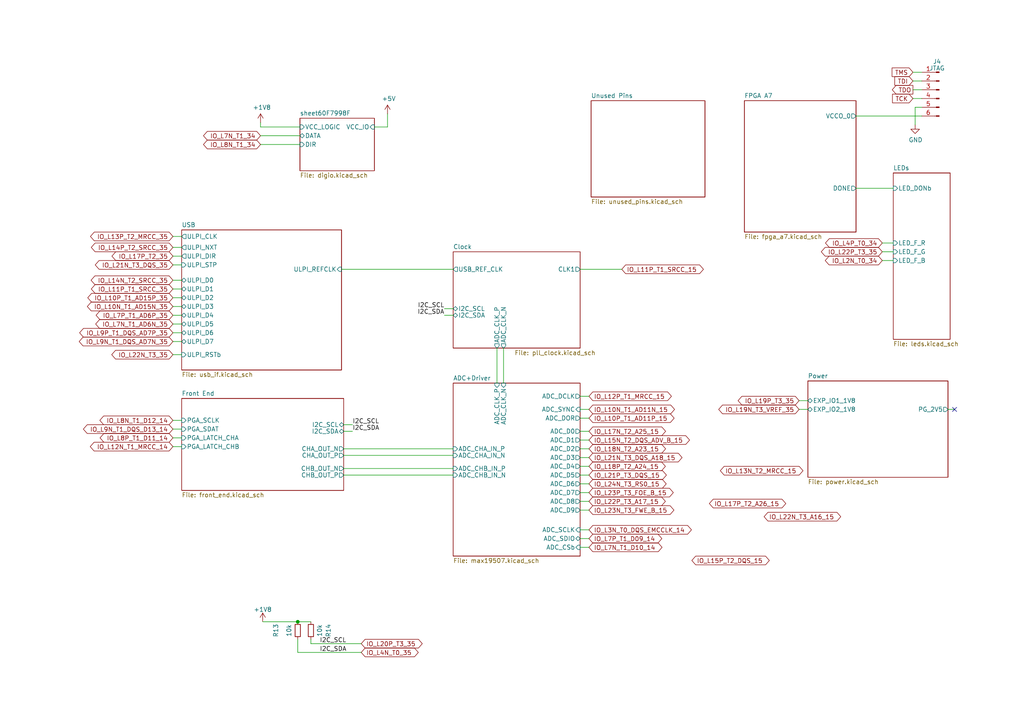
<source format=kicad_sch>
(kicad_sch (version 20230121) (generator eeschema)
  (paper "A4")
  (lib_symbols
    (symbol "Connector:Conn_01x06_Pin" (pin_names (offset 1.016) hide)
      (property "Reference" "J" (at 0 7.62 0))
      (property "Value" "Conn_01x06_Pin" (at 0 -10.16 0))
      (symbol "Conn_01x06_Pin_1_1"
        (polyline (pts (xy 1.27 -7.62) (xy 0.8636 -7.62)) (stroke (width 0.1524)))
        (polyline (pts (xy 1.27 -5.08) (xy 0.8636 -5.08)) (stroke (width 0.1524)))
        (polyline (pts (xy 1.27 -2.54) (xy 0.8636 -2.54)) (stroke (width 0.1524)))
        (polyline (pts (xy 1.27 0) (xy 0.8636 0)) (stroke (width 0.1524)))
        (polyline (pts (xy 1.27 2.54) (xy 0.8636 2.54)) (stroke (width 0.1524)))
        (polyline (pts (xy 1.27 5.08) (xy 0.8636 5.08)) (stroke (width 0.1524)))
        (rectangle (start 0.8636 -7.493) (end 0 -7.747) (stroke (width 0.1524)) (fill (type outline)))
        (rectangle (start 0.8636 -4.953) (end 0 -5.207) (stroke (width 0.1524)) (fill (type outline)))
        (rectangle (start 0.8636 -2.413) (end 0 -2.667) (stroke (width 0.1524)) (fill (type outline)))
        (rectangle (start 0.8636 0.127) (end 0 -0.127) (stroke (width 0.1524)) (fill (type outline)))
        (rectangle (start 0.8636 2.667) (end 0 2.413) (stroke (width 0.1524)) (fill (type outline)))
        (rectangle (start 0.8636 5.207) (end 0 4.953) (stroke (width 0.1524)) (fill (type outline)))
        (pin passive line (at 5.08 5.08 180) (length 3.81) (name "Pin_1") (number "1"))
        (pin passive line (at 5.08 2.54 180) (length 3.81) (name "Pin_2") (number "2"))
        (pin passive line (at 5.08 0 180) (length 3.81) (name "Pin_3") (number "3"))
        (pin passive line (at 5.08 -2.54 180) (length 3.81) (name "Pin_4") (number "4"))
        (pin passive line (at 5.08 -5.08 180) (length 3.81) (name "Pin_5") (number "5"))
        (pin passive line (at 5.08 -7.62 180) (length 3.81) (name "Pin_6") (number "6"))
      )
    )
    (symbol "Device:R_Small" (pin_numbers hide) (pin_names (offset 0.254) hide)
      (property "Reference" "R" (at 0.762 0.508 0))
      (property "Value" "R_Small" (at 0.762 -1.016 0))
      (symbol "R_Small_0_1"
        (rectangle (start -0.762 1.778) (end 0.762 -1.778) (stroke (width 0.2032)))
      )
      (symbol "R_Small_1_1"
        (pin passive line (at 0 2.54 270) (length 0.762) (name "~") (number "1"))
        (pin passive line (at 0 -2.54 90) (length 0.762) (name "~") (number "2"))
      )
    )
    (symbol "power:+1V8" (power) (pin_names (offset 0))
      (property "Value" "+1V8" (at 0 3.556 0))
      (symbol "+1V8_0_1"
        (polyline (pts (xy -0.762 1.27) (xy 0 2.54)))
        (polyline (pts (xy 0 0) (xy 0 2.54)))
        (polyline (pts (xy 0 2.54) (xy 0.762 1.27)))
      )
      (symbol "+1V8_1_1"
        (pin power_in line (at 0 0 90) (length 0) hide (name "+1V8") (number "1"))
      )
    )
    (symbol "power:+5V" (power) (pin_names (offset 0))
      (property "Value" "+5V" (at 0 3.556 0))
      (symbol "+5V_0_1"
        (polyline (pts (xy -0.762 1.27) (xy 0 2.54)))
        (polyline (pts (xy 0 0) (xy 0 2.54)))
        (polyline (pts (xy 0 2.54) (xy 0.762 1.27)))
      )
      (symbol "+5V_1_1"
        (pin power_in line (at 0 0 90) (length 0) hide (name "+5V") (number "1"))
      )
    )
    (symbol "power:GND" (power) (pin_names (offset 0))
      (property "Value" "GND" (at 0 -3.81 0))
      (symbol "GND_0_1"
        (polyline (pts (xy 0 0) (xy 0 -1.27) (xy 1.27 -1.27) (xy 0 -2.54) (xy -1.27 -1.27) (xy 0 -1.27)))
      )
      (symbol "GND_1_1"
        (pin power_in line (at 0 0 270) (length 0) hide (name "GND") (number "1"))
      )
    )
  )
  (junction (at 86.36 180.34))
  (no_connect (at 276.86 118.745))
  (wire (pts (xy 168.275 140.335) (xy 170.815 140.335)))
  (wire (pts (xy 168.275 142.875) (xy 170.815 142.875)))
  (wire (pts (xy 112.395 36.83) (xy 108.585 36.83)))
  (wire (pts (xy 131.445 91.44) (xy 128.905 91.44)))
  (wire (pts (xy 146.05 100.965) (xy 146.05 111.125)))
  (wire (pts (xy 86.36 185.42) (xy 86.36 189.23)))
  (wire (pts (xy 99.695 137.795) (xy 131.445 137.795)))
  (wire (pts (xy 90.17 186.69) (xy 104.775 186.69)))
  (wire (pts (xy 50.165 81.28) (xy 52.705 81.28)))
  (wire (pts (xy 168.275 153.67) (xy 170.815 153.67)))
  (wire (pts (xy 50.165 74.295) (xy 52.705 74.295)))
  (wire (pts (xy 168.275 121.285) (xy 170.815 121.285)))
  (wire (pts (xy 168.275 158.75) (xy 170.815 158.75)))
  (wire (pts (xy 267.335 23.495) (xy 264.795 23.495)))
  (wire (pts (xy 168.275 137.795) (xy 170.815 137.795)))
  (wire (pts (xy 168.275 118.745) (xy 170.815 118.745)))
  (wire (pts (xy 267.335 28.575) (xy 264.795 28.575)))
  (wire (pts (xy 86.995 36.83) (xy 75.565 36.83)))
  (wire (pts (xy 255.905 75.565) (xy 259.08 75.565)))
  (wire (pts (xy 248.285 33.655) (xy 267.335 33.655)))
  (wire (pts (xy 168.275 78.105) (xy 180.34 78.105)))
  (wire (pts (xy 265.43 31.115) (xy 265.43 36.195)))
  (wire (pts (xy 50.165 102.87) (xy 52.705 102.87)))
  (wire (pts (xy 50.165 88.9) (xy 52.705 88.9)))
  (wire (pts (xy 267.335 26.035) (xy 264.795 26.035)))
  (wire (pts (xy 86.36 189.23) (xy 104.775 189.23)))
  (wire (pts (xy 76.2 180.34) (xy 86.36 180.34)))
  (wire (pts (xy 86.995 41.91) (xy 75.565 41.91)))
  (wire (pts (xy 90.17 185.42) (xy 90.17 186.69)))
  (wire (pts (xy 168.275 156.21) (xy 170.815 156.21)))
  (wire (pts (xy 131.445 89.535) (xy 128.905 89.535)))
  (wire (pts (xy 231.775 118.745) (xy 234.315 118.745)))
  (wire (pts (xy 86.995 39.37) (xy 75.565 39.37)))
  (wire (pts (xy 267.335 31.115) (xy 265.43 31.115)))
  (wire (pts (xy 248.285 54.61) (xy 259.08 54.61)))
  (wire (pts (xy 168.275 135.255) (xy 170.815 135.255)))
  (wire (pts (xy 50.165 68.58) (xy 52.705 68.58)))
  (wire (pts (xy 99.06 78.105) (xy 131.445 78.105)))
  (wire (pts (xy 99.695 132.08) (xy 131.445 132.08)))
  (wire (pts (xy 50.165 86.36) (xy 52.705 86.36)))
  (wire (pts (xy 50.165 71.755) (xy 52.705 71.755)))
  (wire (pts (xy 255.905 73.025) (xy 259.08 73.025)))
  (wire (pts (xy 112.395 33.02) (xy 112.395 36.83)))
  (wire (pts (xy 99.695 123.19) (xy 102.235 123.19)))
  (wire (pts (xy 168.275 145.415) (xy 170.815 145.415)))
  (wire (pts (xy 168.275 114.935) (xy 170.815 114.935)))
  (wire (pts (xy 99.695 125.095) (xy 102.235 125.095)))
  (wire (pts (xy 50.165 83.82) (xy 52.705 83.82)))
  (wire (pts (xy 50.165 99.06) (xy 52.705 99.06)))
  (wire (pts (xy 274.955 118.745) (xy 276.86 118.745)))
  (wire (pts (xy 168.275 127.635) (xy 170.815 127.635)))
  (wire (pts (xy 267.335 20.955) (xy 264.795 20.955)))
  (wire (pts (xy 50.165 76.835) (xy 52.705 76.835)))
  (wire (pts (xy 86.36 180.34) (xy 90.17 180.34)))
  (wire (pts (xy 50.165 124.46) (xy 52.705 124.46)))
  (wire (pts (xy 50.165 96.52) (xy 52.705 96.52)))
  (wire (pts (xy 50.165 129.54) (xy 52.705 129.54)))
  (wire (pts (xy 255.905 70.485) (xy 259.08 70.485)))
  (wire (pts (xy 168.275 125.095) (xy 170.815 125.095)))
  (wire (pts (xy 99.695 130.175) (xy 131.445 130.175)))
  (wire (pts (xy 144.145 100.965) (xy 144.145 111.125)))
  (wire (pts (xy 99.695 135.89) (xy 131.445 135.89)))
  (wire (pts (xy 50.165 91.44) (xy 52.705 91.44)))
  (wire (pts (xy 50.165 127) (xy 52.705 127)))
  (wire (pts (xy 231.775 116.205) (xy 234.315 116.205)))
  (wire (pts (xy 168.275 147.955) (xy 170.815 147.955)))
  (wire (pts (xy 75.565 36.83) (xy 75.565 35.56)))
  (wire (pts (xy 50.165 121.92) (xy 52.705 121.92)))
  (wire (pts (xy 168.275 130.175) (xy 170.815 130.175)))
  (wire (pts (xy 168.275 132.715) (xy 170.815 132.715)))
  (wire (pts (xy 50.165 93.98) (xy 52.705 93.98)))
  (label "I2C_SCL" (at 92.71 186.69 0))
  (label "I2C_SCL" (at 102.235 123.19 0))
  (label "I2C_SDA" (at 128.905 91.44 180))
  (label "I2C_SCL" (at 128.905 89.535 180))
  (label "I2C_SDA" (at 92.71 189.23 0))
  (label "I2C_SDA" (at 102.235 125.095 0))
  (global_label "IO_L9N_T1_DQS_D13_14" (shape bidirectional) (at 50.165 124.46 180) (property "Intersheetrefs" "${INTERSHEET_REFS}" (effects hide)))
  (global_label "IO_L3N_T0_DQS_EMCCLK_14" (shape bidirectional) (at 170.815 153.67 0) (property "Intersheetrefs" "${INTERSHEET_REFS}" (effects hide)))
  (global_label "IO_L23P_T3_FOE_B_15" (shape bidirectional) (at 170.815 142.875 0) (property "Intersheetrefs" "${INTERSHEET_REFS}" (effects hide)))
  (global_label "IO_L22N_T3_A16_15" (shape bidirectional) (at 221.615 149.86 0) (property "Intersheetrefs" "${INTERSHEET_REFS}" (effects hide)))
  (global_label "IO_L9N_T1_DQS_AD7N_35" (shape bidirectional) (at 50.165 99.06 180) (property "Intersheetrefs" "${INTERSHEET_REFS}" (effects hide)))
  (global_label "IO_L9P_T1_DQS_AD7P_35" (shape bidirectional) (at 50.165 96.52 180) (property "Intersheetrefs" "${INTERSHEET_REFS}" (effects hide)))
  (global_label "IO_L7P_T1_D09_14" (shape bidirectional) (at 170.815 156.21 0) (property "Intersheetrefs" "${INTERSHEET_REFS}" (effects hide)))
  (global_label "IO_L21N_T3_DQS_35" (shape bidirectional) (at 50.165 76.835 180) (property "Intersheetrefs" "${INTERSHEET_REFS}" (effects hide)))
  (global_label "IO_L13P_T2_MRCC_35" (shape bidirectional) (at 50.165 68.58 180) (property "Intersheetrefs" "${INTERSHEET_REFS}" (effects hide)))
  (global_label "IO_L7N_T1_34" (shape bidirectional) (at 75.565 39.37 180) (property "Intersheetrefs" "${INTERSHEET_REFS}" (effects hide)))
  (global_label "IO_L10N_T1_AD11N_15" (shape bidirectional) (at 170.815 118.745 0) (property "Intersheetrefs" "${INTERSHEET_REFS}" (effects hide)))
  (global_label "IO_L11P_T1_SRCC_15" (shape bidirectional) (at 180.34 78.105 0) (property "Intersheetrefs" "${INTERSHEET_REFS}" (effects hide)))
  (global_label "IO_L10P_T1_AD15P_35" (shape bidirectional) (at 50.165 86.36 180) (property "Intersheetrefs" "${INTERSHEET_REFS}" (effects hide)))
  (global_label "IO_L19P_T3_35" (shape bidirectional) (at 231.775 116.205 180) (property "Intersheetrefs" "${INTERSHEET_REFS}" (effects hide)))
  (global_label "IO_L18N_T2_A23_15" (shape bidirectional) (at 170.815 130.175 0) (property "Intersheetrefs" "${INTERSHEET_REFS}" (effects hide)))
  (global_label "IO_L12P_T1_MRCC_15" (shape bidirectional) (at 170.815 114.935 0) (property "Intersheetrefs" "${INTERSHEET_REFS}" (effects hide)))
  (global_label "IO_L19N_T3_VREF_35" (shape bidirectional) (at 231.775 118.745 180) (property "Intersheetrefs" "${INTERSHEET_REFS}" (effects hide)))
  (global_label "IO_L4N_T0_35" (shape bidirectional) (at 104.775 189.23 0) (property "Intersheetrefs" "${INTERSHEET_REFS}" (effects hide)))
  (global_label "IO_L11P_T1_SRCC_35" (shape bidirectional) (at 50.165 83.82 180) (property "Intersheetrefs" "${INTERSHEET_REFS}" (effects hide)))
  (global_label "IO_L14P_T2_SRCC_35" (shape bidirectional) (at 50.165 71.755 180) (property "Intersheetrefs" "${INTERSHEET_REFS}" (effects hide)))
  (global_label "IO_L7N_T1_AD6N_35" (shape bidirectional) (at 50.165 93.98 180) (property "Intersheetrefs" "${INTERSHEET_REFS}" (effects hide)))
  (global_label "IO_L17P_T2_A26_15" (shape bidirectional) (at 205.74 146.05 0) (property "Intersheetrefs" "${INTERSHEET_REFS}" (effects hide)))
  (global_label "IO_L22P_T3_A17_15" (shape bidirectional) (at 170.815 145.415 0) (property "Intersheetrefs" "${INTERSHEET_REFS}" (effects hide)))
  (global_label "IO_L21N_T3_DQS_A18_15" (shape bidirectional) (at 170.815 132.715 0) (property "Intersheetrefs" "${INTERSHEET_REFS}" (effects hide)))
  (global_label "IO_L23N_T3_FWE_B_15" (shape bidirectional) (at 170.815 147.955 0) (property "Intersheetrefs" "${INTERSHEET_REFS}" (effects hide)))
  (global_label "IO_L10P_T1_AD11P_15" (shape bidirectional) (at 170.815 121.285 0) (property "Intersheetrefs" "${INTERSHEET_REFS}" (effects hide)))
  (global_label "TDO" (shape output) (at 264.795 26.035 180) (property "Intersheetrefs" "${INTERSHEET_REFS}" (effects hide)))
  (global_label "IO_L22N_T3_35" (shape bidirectional) (at 50.165 102.87 180) (property "Intersheetrefs" "${INTERSHEET_REFS}" (effects hide)))
  (global_label "TMS" (shape input) (at 264.795 20.955 180) (property "Intersheetrefs" "${INTERSHEET_REFS}" (effects hide)))
  (global_label "IO_L8N_T1_34" (shape bidirectional) (at 75.565 41.91 180) (property "Intersheetrefs" "${INTERSHEET_REFS}" (effects hide)))
  (global_label "IO_L8N_T1_D12_14" (shape bidirectional) (at 50.165 121.92 180) (property "Intersheetrefs" "${INTERSHEET_REFS}" (effects hide)))
  (global_label "IO_L17N_T2_A25_15" (shape bidirectional) (at 170.815 125.095 0) (property "Intersheetrefs" "${INTERSHEET_REFS}" (effects hide)))
  (global_label "IO_L21P_T3_DQS_15" (shape bidirectional) (at 170.815 137.795 0) (property "Intersheetrefs" "${INTERSHEET_REFS}" (effects hide)))
  (global_label "IO_L22P_T3_35" (shape bidirectional) (at 255.905 73.025 180) (property "Intersheetrefs" "${INTERSHEET_REFS}" (effects hide)))
  (global_label "TDI" (shape input) (at 264.795 23.495 180) (property "Intersheetrefs" "${INTERSHEET_REFS}" (effects hide)))
  (global_label "IO_L2N_T0_34" (shape bidirectional) (at 255.905 75.565 180) (property "Intersheetrefs" "${INTERSHEET_REFS}" (effects hide)))
  (global_label "TCK" (shape input) (at 264.795 28.575 180) (property "Intersheetrefs" "${INTERSHEET_REFS}" (effects hide)))
  (global_label "IO_L14N_T2_SRCC_35" (shape bidirectional) (at 50.165 81.28 180) (property "Intersheetrefs" "${INTERSHEET_REFS}" (effects hide)))
  (global_label "IO_L8P_T1_D11_14" (shape bidirectional) (at 50.165 127 180) (property "Intersheetrefs" "${INTERSHEET_REFS}" (effects hide)))
  (global_label "IO_L15N_T2_DQS_ADV_B_15" (shape bidirectional) (at 170.815 127.635 0) (property "Intersheetrefs" "${INTERSHEET_REFS}" (effects hide)))
  (global_label "IO_L12N_T1_MRCC_14" (shape bidirectional) (at 50.165 129.54 180) (property "Intersheetrefs" "${INTERSHEET_REFS}" (effects hide)))
  (global_label "IO_L7P_T1_AD6P_35" (shape bidirectional) (at 50.165 91.44 180) (property "Intersheetrefs" "${INTERSHEET_REFS}" (effects hide)))
  (global_label "IO_L7N_T1_D10_14" (shape bidirectional) (at 170.815 158.75 0) (property "Intersheetrefs" "${INTERSHEET_REFS}" (effects hide)))
  (global_label "IO_L13N_T2_MRCC_15" (shape bidirectional) (at 208.915 136.525 0) (property "Intersheetrefs" "${INTERSHEET_REFS}" (effects hide)))
  (global_label "IO_L4P_T0_34" (shape bidirectional) (at 255.905 70.485 180) (property "Intersheetrefs" "${INTERSHEET_REFS}" (effects hide)))
  (global_label "IO_L10N_T1_AD15N_35" (shape bidirectional) (at 50.165 88.9 180) (property "Intersheetrefs" "${INTERSHEET_REFS}" (effects hide)))
  (global_label "IO_L15P_T2_DQS_15" (shape bidirectional) (at 200.66 162.56 0) (property "Intersheetrefs" "${INTERSHEET_REFS}" (effects hide)))
  (global_label "IO_L17P_T2_35" (shape bidirectional) (at 50.165 74.295 180) (property "Intersheetrefs" "${INTERSHEET_REFS}" (effects hide)))
  (global_label "IO_L18P_T2_A24_15" (shape bidirectional) (at 170.815 135.255 0) (property "Intersheetrefs" "${INTERSHEET_REFS}" (effects hide)))
  (global_label "IO_L20P_T3_35" (shape bidirectional) (at 104.775 186.69 0) (property "Intersheetrefs" "${INTERSHEET_REFS}" (effects hide)))
  (global_label "IO_L24N_T3_RS0_15" (shape bidirectional) (at 170.815 140.335 0) (property "Intersheetrefs" "${INTERSHEET_REFS}" (effects hide)))
  (symbol (lib_id "power:+1V8") (at 75.565 35.56 0) (unit 1)
    (property "Reference" "#PWR0127" (effects hide))
    (property "Value" "+1V8" (at 75.946 31.1658 0))
  )
  (symbol (lib_id "power:+1V8") (at 76.2 180.34 0) (unit 1)
    (property "Reference" "#PWR0172" (effects hide))
    (property "Value" "+1V8" (at 76.2 176.784 0))
  )
  (symbol (lib_id "Device:R_Small") (at 90.17 182.88 0) (mirror x) (unit 1)
    (property "Reference" "R14" (at 95.25 182.88 90))
    (property "Value" "10k" (at 92.71 182.88 90))
    (property "Footprint" "Resistor_SMD:R_0603_1608Metric" (effects hide))
    (property "Part" "RT0603FRE0710KL" (effects hide))
    (property "Manufacturer" "Yageo" (effects hide))
  )
  (symbol (lib_id "Device:R_Small") (at 86.36 182.88 180) (unit 1)
    (property "Reference" "R13" (at 80.01 182.88 90))
    (property "Value" "10k" (at 83.82 182.88 90))
    (property "Footprint" "Resistor_SMD:R_0603_1608Metric" (effects hide))
    (property "Part" "RT0603FRE0710KL" (effects hide))
    (property "Manufacturer" "Yageo" (effects hide))
  )
  (symbol (lib_id "power:+5V") (at 112.395 33.02 0) (unit 1)
    (property "Reference" "#PWR0128" (effects hide))
    (property "Value" "+5V" (at 112.776 28.6258 0))
  )
  (symbol (lib_id "Connector:Conn_01x06_Pin") (at 272.415 26.035 0) (mirror y) (unit 1)
    (property "Reference" "J4" (at 271.78 17.8689 0))
    (property "Value" "JTAG" (at 271.78 19.7899 0))
    (property "Footprint" "Connector_PinHeader_2.54mm:PinHeader_1x06_P2.54mm_Vertical" (effects hide))
  )
  (symbol (lib_id "power:GND") (at 265.43 36.195 0) (unit 1)
    (property "Reference" "#PWR0114" (effects hide))
    (property "Value" "GND" (at 265.557 40.5892 0))
  )
  (sheet (at 234.315 110.49) (size 40.64 27.94)
    (property "Sheetname" "Power" (at 234.315 109.7784 0) (effects (justify left bottom)))
    (property "Sheetfile" "power.kicad_sch" (at 234.315 139.0146 0) (effects (justify left top)))
    (pin "EXP_IO1_1V8" bidirectional (at 234.315 116.205 180))
    (pin "EXP_IO2_1V8" bidirectional (at 234.315 118.745 180))
    (pin "PG_2V5" output (at 274.955 118.745 0))
  )
  (sheet (at 131.445 73.025) (size 36.83 27.94)
    (property "Sheetname" "Clock" (at 131.445 72.3134 0) (effects (justify left bottom)))
    (property "Sheetfile" "pll_clock.kicad_sch" (at 149.225 101.6 0) (effects (justify left top)))
    (pin "I2C_SDA" bidirectional (at 131.445 91.44 180))
    (pin "I2C_SCL" bidirectional (at 131.445 89.535 180))
    (pin "ADC_CLK_N" output (at 146.05 100.965 270))
    (pin "ADC_CLK_P" output (at 144.145 100.965 270))
    (pin "USB_REF_CLK" output (at 131.445 78.105 180))
    (pin "CLK1" output (at 168.275 78.105 0))
  )
  (sheet (at 131.445 111.125) (size 36.83 50.165)
    (property "Sheetname" "ADC+Driver" (at 131.445 110.4134 0) (effects (justify left bottom)))
    (property "Sheetfile" "max19507.kicad_sch" (at 131.445 161.8746 0) (effects (justify left top)))
    (pin "ADC_D5" output (at 168.275 137.795 0))
    (pin "ADC_D6" output (at 168.275 140.335 0))
    (pin "ADC_CSb" input (at 168.275 158.75 0))
    (pin "ADC_SDIO" bidirectional (at 168.275 156.21 0))
    (pin "ADC_D7" output (at 168.275 142.875 0))
    (pin "ADC_D9" output (at 168.275 147.955 0))
    (pin "ADC_SCLK" input (at 168.275 153.67 0))
    (pin "ADC_D8" output (at 168.275 145.415 0))
    (pin "ADC_D0" output (at 168.275 125.095 0))
    (pin "ADC_D3" output (at 168.275 132.715 0))
    (pin "ADC_D1" output (at 168.275 127.635 0))
    (pin "ADC_D4" output (at 168.275 135.255 0))
    (pin "ADC_D2" output (at 168.275 130.175 0))
    (pin "ADC_CLK_P" input (at 144.145 111.125 90))
    (pin "ADC_DOR" output (at 168.275 121.285 0))
    (pin "ADC_CLK_N" input (at 146.05 111.125 90))
    (pin "ADC_SYNC" input (at 168.275 118.745 0))
    (pin "ADC_DCLK" output (at 168.275 114.935 0))
    (pin "ADC_CHA_IN_P" input (at 131.445 130.175 180))
    (pin "ADC_CHA_IN_N" input (at 131.445 132.08 180))
    (pin "ADC_CHB_IN_P" input (at 131.445 135.89 180))
    (pin "ADC_CHB_IN_N" input (at 131.445 137.795 180))
  )
  (sheet (at 215.9 29.21) (size 32.385 38.1) (stroke (width 0.1524))
    (property "Sheetname" "FPGA A7" (at 215.9 28.4984 0) (effects (justify left bottom)))
    (property "Sheetfile" "fpga_a7.kicad_sch" (at 215.9 67.8946 0) (effects (justify left top)))
    (pin "DONE" output (at 248.285 54.61 0))
    (pin "VCCO_0" output (at 248.285 33.655 0))
  )
  (sheet (at 259.08 50.165) (size 16.51 48.26) (stroke (width 0.1524))
    (property "Sheetname" "LEDs" (at 259.08 49.4534 0) (effects (justify left bottom)))
    (property "Sheetfile" "leds.kicad_sch" (at 259.08 99.0096 0) (effects (justify left top)))
    (pin "LED_DONb" input (at 259.08 54.61 180))
    (pin "LED_F_R" input (at 259.08 70.485 180))
    (pin "LED_F_G" input (at 259.08 73.025 180))
    (pin "LED_F_B" input (at 259.08 75.565 180))
  )
  (sheet (at 86.995 34.29) (size 21.59 15.24)
    (property "Sheetname" "sheet60F7998F" (at 86.995 33.5784 0) (effects (justify left bottom)))
    (property "Sheetfile" "digio.kicad_sch" (at 86.995 50.1146 0) (effects (justify left top)))
    (pin "DATA" bidirectional (at 86.995 39.37 180))
    (pin "DIR" input (at 86.995 41.91 180))
    (pin "VCC_IO" input (at 108.585 36.83 0))
    (pin "VCC_LOGIC" input (at 86.995 36.83 180))
  )
  (sheet (at 52.705 66.675) (size 46.355 40.64) (stroke (width 0.1524))
    (property "Sheetname" "USB" (at 52.705 65.9634 0) (effects (justify left bottom)))
    (property "Sheetfile" "usb_if.kicad_sch" (at 52.705 107.8996 0) (effects (justify left top)))
    (pin "ULPI_D5" bidirectional (at 52.705 93.98 180))
    (pin "ULPI_D4" bidirectional (at 52.705 91.44 180))
    (pin "ULPI_D6" bidirectional (at 52.705 96.52 180))
    (pin "ULPI_D3" bidirectional (at 52.705 88.9 180))
    (pin "ULPI_CLK" output (at 52.705 68.58 180))
    (pin "ULPI_D1" bidirectional (at 52.705 83.82 180))
    (pin "ULPI_D0" bidirectional (at 52.705 81.28 180))
    (pin "ULPI_D2" bidirectional (at 52.705 86.36 180))
    (pin "ULPI_RSTb" input (at 52.705 102.87 180))
    (pin "ULPI_D7" bidirectional (at 52.705 99.06 180))
    (pin "ULPI_DIR" output (at 52.705 74.295 180))
    (pin "ULPI_STP" input (at 52.705 76.835 180))
    (pin "ULPI_NXT" output (at 52.705 71.755 180))
    (pin "ULPI_REFCLK" input (at 99.06 78.105 0))
  )
  (sheet (at 52.705 115.57) (size 46.99 26.67) (stroke (width 0.1524))
    (property "Sheetname" "Front End" (at 52.705 114.8584 0) (effects (justify left bottom)))
    (property "Sheetfile" "front_end.kicad_sch" (at 52.705 142.8246 0) (effects (justify left top)))
    (pin "I2C_SDA" bidirectional (at 99.695 125.095 0))
    (pin "CHB_OUT_N" output (at 99.695 135.89 0))
    (pin "CHB_OUT_P" output (at 99.695 137.795 0))
    (pin "I2C_SCL" bidirectional (at 99.695 123.19 0))
    (pin "PGA_SDAT" input (at 52.705 124.46 180))
    (pin "PGA_SCLK" input (at 52.705 121.92 180))
    (pin "PGA_LATCH_CHB" input (at 52.705 129.54 180))
    (pin "PGA_LATCH_CHA" input (at 52.705 127 180))
    (pin "CHA_OUT_N" output (at 99.695 130.175 0))
    (pin "CHA_OUT_P" output (at 99.695 132.08 0))
  )
  (sheet (at 171.45 29.21) (size 33.02 27.94) (stroke (width 0.1524))
    (property "Sheetname" "Unused Pins" (at 171.45 28.4984 0) (effects (justify left bottom)))
    (property "Sheetfile" "unused_pins.kicad_sch" (at 171.45 57.7346 0) (effects (justify left top)))
  )
)
</source>
